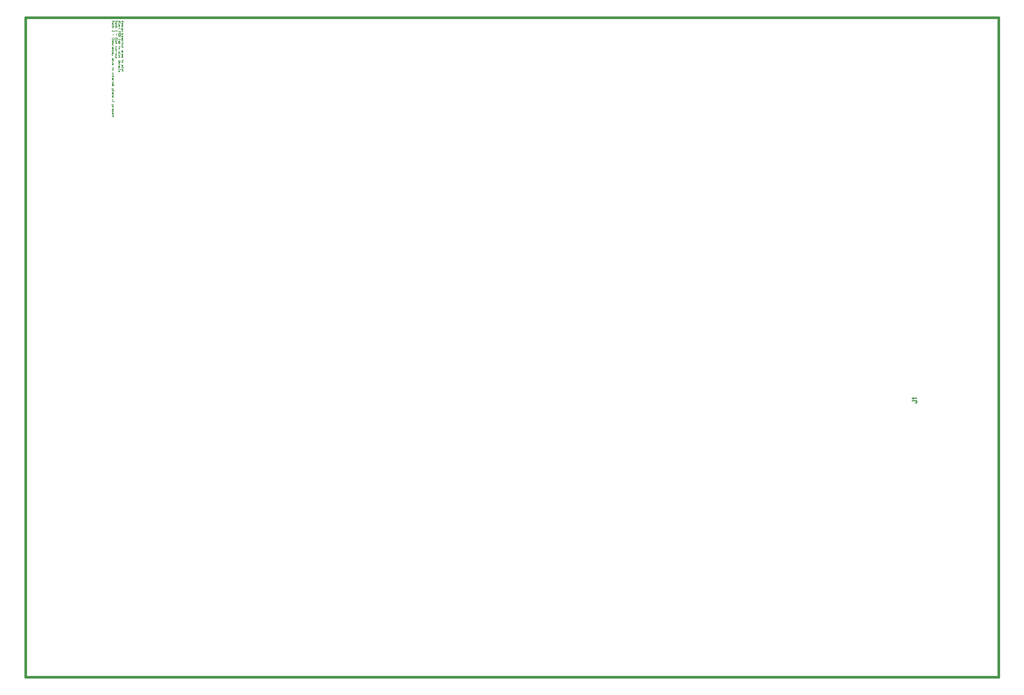
<source format=gbr>
%FSTAX23Y23*%
%MOIN*%
%SFA1B1*%

%IPPOS*%
%ADD131C,0.005000*%
%ADD209C,0.015748*%
%ADD210C,0.001181*%
%LNatfc_mechanical_1-1*%
%LPD*%
G54D131*
X06271Y03178D02*
X06293D01*
X06298Y03177*
X06299Y03175*
X063Y03173*
Y0317*
X06299Y03167*
X06298Y03165*
X06293Y03164*
X0629*
X06276Y03186D02*
X06275Y03189D01*
X06271Y03193*
X063*
G54D209*
X00701Y01439D02*
Y05587D01*
X06812Y05586*
Y01439D02*
Y05586D01*
X00701Y01439D02*
X06812D01*
G54D210*
X01283Y05566D02*
X01291D01*
X01295Y05562*
X01291Y05559*
X01283*
X01289*
Y05566*
X01283Y05555D02*
Y05551D01*
Y05553*
X01295*
Y05555*
X01283Y05539D02*
Y05543D01*
X01285Y05545*
X01289*
X01291Y05543*
Y05539*
X01289Y05537*
X01287*
Y05545*
X01291Y05533D02*
X01283D01*
X01287*
X01289Y05531*
X01291Y05529*
Y05527*
X01293Y05519D02*
X01291D01*
Y05521*
Y05517*
Y05519*
X01285*
X01283Y05517*
Y055D02*
X01295D01*
Y05494*
X01293Y05492*
X01289*
X01287Y05494*
Y055*
X01293Y0548D02*
X01295Y05482D01*
Y05486*
X01293Y05488*
X01285*
X01283Y05486*
Y05482*
X01285Y0548*
X01295Y05476D02*
X01283D01*
Y0547*
X01285Y05468*
X01287*
X01289Y0547*
Y05476*
Y0547*
X01291Y05468*
X01293*
X01295Y0547*
Y05476*
X01283Y0545D02*
X01293D01*
X01289*
Y05452*
Y05448*
Y0545*
X01293*
X01295Y05448*
X01291Y0544D02*
Y05437D01*
X01289Y05435*
X01283*
Y0544*
X01285Y05442*
X01287Y0544*
Y05435*
X01295Y05431D02*
X01283D01*
Y05425*
X01285Y05423*
X01287*
X01289*
X01291Y05425*
Y05431*
X01293Y05405D02*
X01291D01*
Y05407*
Y05403*
Y05405*
X01285*
X01283Y05403*
Y05395D02*
Y05391D01*
X01285Y05389*
X01289*
X01291Y05391*
Y05395*
X01289Y05397*
X01285*
X01283Y05395*
Y05374D02*
Y05368D01*
X01285Y05366*
X01287Y05368*
Y05372*
X01289Y05374*
X01291Y05372*
Y05366*
X01283Y05362D02*
Y05358D01*
Y0536*
X01295*
Y05362*
X01283Y0535D02*
Y05346D01*
X01285Y05344*
X01289*
X01291Y05346*
Y0535*
X01289Y05352*
X01285*
X01283Y0535*
X01293Y05338D02*
X01291D01*
Y0534*
Y05336*
Y05338*
X01285*
X01283Y05336*
X01295Y05311D02*
X01283D01*
Y05317*
X01285Y05318*
X01289*
X01291Y05317*
Y05311*
X01283Y05301D02*
Y05305D01*
X01285Y05307*
X01289*
X01291Y05305*
Y05301*
X01289Y05299*
X01287*
Y05307*
X01293Y05293D02*
X01291D01*
Y05295*
Y05291*
Y05293*
X01285*
X01283Y05291*
X01291Y05283D02*
Y05279D01*
X01289Y05277*
X01283*
Y05283*
X01285Y05285*
X01287Y05283*
Y05277*
X01283Y05273D02*
Y05269D01*
Y05271*
X01291*
Y05273*
X01283Y05263D02*
Y05259D01*
Y05261*
X01295*
Y05263*
X01283Y05254D02*
Y05248D01*
X01285Y05246*
X01287Y05248*
Y05252*
X01289Y05254*
X01291Y05252*
Y05246*
X01303Y05566D02*
X01311D01*
X01314Y05562*
X01311Y05559*
X01303*
X01309*
Y05566*
X01303Y05555D02*
Y05549D01*
X01305Y05547*
X01307Y05549*
Y05553*
X01309Y05555*
X01311Y05553*
Y05547*
X01303Y05543D02*
Y05537D01*
X01305Y05535*
X01307Y05537*
Y05541*
X01309Y05543*
X01311Y05541*
Y05535*
X01303Y05531D02*
Y05527D01*
Y05529*
X01311*
Y05531*
X01299Y05517D02*
Y05515D01*
X01301Y05513*
X01311*
Y05519*
X01309Y05521*
X01305*
X01303Y05519*
Y05513*
Y05509D02*
X01311D01*
Y05503*
X01309Y05501*
X01303*
Y05486D02*
X01314D01*
X01307D02*
X01311Y0548D01*
X01307Y05486D02*
X01303Y0548D01*
Y05468D02*
Y05472D01*
X01305Y05474*
X01309*
X01311Y05472*
Y05468*
X01309Y05466*
X01307*
Y05474*
X01303Y05456D02*
Y0546D01*
X01305Y05462*
X01309*
X01311Y0546*
Y05456*
X01309Y05454*
X01307*
Y05462*
X01299Y0545D02*
X01311D01*
Y05444*
X01309Y05442*
X01305*
X01303Y05444*
Y0545*
X01309Y05439D02*
Y05431D01*
X01303Y05425D02*
Y05421D01*
X01305Y05419*
X01309*
X01311Y05421*
Y05425*
X01309Y05427*
X01305*
X01303Y05425*
X01311Y05415D02*
X01305D01*
X01303Y05413*
Y05407*
X01311*
X01312Y05401D02*
X01311D01*
Y05403*
Y05399*
Y05401*
X01305*
X01303Y05399*
X01311Y05379D02*
Y05376D01*
X01309Y05374*
X01303*
Y05379*
X01305Y05381*
X01307Y05379*
Y05374*
X01311Y0537D02*
X01303D01*
X01307*
X01309Y05368*
X01311Y05366*
Y05364*
X01303Y05352D02*
Y05356D01*
X01305Y05358*
X01309*
X01311Y05356*
Y05352*
X01309Y0535*
X01307*
Y05358*
X01311Y05344D02*
Y0534D01*
X01309Y05338*
X01303*
Y05344*
X01305Y05346*
X01307Y05344*
Y05338*
X01312Y0532D02*
X01311D01*
Y05322*
Y05318*
Y0532*
X01305*
X01303Y05318*
Y05311D02*
Y05307D01*
X01305Y05305*
X01309*
X01311Y05307*
Y05311*
X01309Y05313*
X01305*
X01303Y05311*
Y05289D02*
Y05283D01*
X01305Y05281*
X01307Y05283*
Y05287*
X01309Y05289*
X01311Y05287*
Y05281*
X01303Y05277D02*
Y05273D01*
Y05275*
X01314*
Y05277*
X01303Y05265D02*
Y05261D01*
X01305Y05259*
X01309*
X01311Y05261*
Y05265*
X01309Y05267*
X01305*
X01303Y05265*
X01312Y05254D02*
X01311D01*
Y05256*
Y05252*
Y05254*
X01305*
X01303Y05252*
X01263Y05566D02*
X01275D01*
X01271Y05562*
X01275Y05559*
X01263*
Y05549D02*
Y05553D01*
X01265Y05555*
X01269*
X01271Y05553*
Y05549*
X01269Y05547*
X01267*
Y05555*
X01271Y05535D02*
Y05541D01*
X01269Y05543*
X01265*
X01263Y05541*
Y05535*
X01275Y05531D02*
X01263D01*
X01269*
X01271Y05529*
Y05525*
X01269Y05523*
X01263*
Y05507D02*
Y05503D01*
Y05505*
X01275*
X01273Y05507*
X01269Y05486D02*
Y05478D01*
X01273Y05454D02*
X01275Y05456D01*
Y0546*
X01273Y05462*
X01271*
X01269Y0546*
Y05456*
X01267Y05454*
X01265*
X01263Y05456*
Y0546*
X01265Y05462*
X01263Y0545D02*
Y05446D01*
Y05448*
X01275*
Y0545*
X01263Y05439D02*
Y05435D01*
X01265Y05433*
X01269*
X01271Y05435*
Y05439*
X01269Y0544*
X01265*
X01263Y05439*
X01273Y05427D02*
X01271D01*
Y05429*
Y05425*
Y05427*
X01265*
X01263Y05425*
X01271Y05399D02*
Y05405D01*
X01269Y05407*
X01265*
X01263Y05405*
Y05399*
X01271Y05395D02*
X01265D01*
X01263Y05393*
Y05387*
X01271*
X01273Y05381D02*
X01271D01*
Y05383*
Y05379*
Y05381*
X01265*
X01263Y05379*
X01269Y05374D02*
Y05366D01*
X01263Y0536D02*
Y05356D01*
X01265Y05354*
X01269*
X01271Y05356*
Y0536*
X01269Y05362*
X01265*
X01263Y0536*
X01271Y0535D02*
X01265D01*
X01263Y05348*
Y05342*
X01271*
X01273Y05336D02*
X01271D01*
Y05338*
Y05334*
Y05336*
X01265*
X01263Y05334*
X01244Y05566D02*
X01255D01*
X01251Y05562*
X01255Y05559*
X01244*
Y05549D02*
Y05553D01*
X01246Y05555*
X01249*
X01251Y05553*
Y05549*
X01249Y05547*
X01248*
Y05555*
X01251Y05535D02*
Y05541D01*
X01249Y05543*
X01246*
X01244Y05541*
Y05535*
X01255Y05531D02*
X01244D01*
X01249*
X01251Y05529*
Y05525*
X01249Y05523*
X01244*
Y055D02*
Y05507D01*
X01251Y055*
X01253*
X01255Y05501*
Y05505*
X01253Y05507*
X01249Y05484D02*
Y05476D01*
X01253Y05452D02*
X01255Y05454D01*
Y05458*
X01253Y0546*
X01246*
X01244Y05458*
Y05454*
X01246Y05452*
X01244Y05448D02*
Y05444D01*
Y05446*
X01255*
Y05448*
X01244Y05433D02*
Y05437D01*
X01246Y05439*
X01249*
X01251Y05437*
Y05433*
X01249Y05431*
X01248*
Y05439*
X01251Y05425D02*
Y05421D01*
X01249Y05419*
X01244*
Y05425*
X01246Y05427*
X01248Y05425*
Y05419*
X01251Y05415D02*
X01244D01*
X01248*
X01249Y05413*
X01251Y05411*
Y05409*
Y05401D02*
Y05397D01*
X01249Y05395*
X01244*
Y05401*
X01246Y05403*
X01248Y05401*
Y05395*
X01244Y05391D02*
X01251D01*
Y05385*
X01249Y05383*
X01244*
X01251Y05372D02*
Y05378D01*
X01249Y05379*
X01246*
X01244Y05378*
Y05372*
Y05362D02*
Y05366D01*
X01246Y05368*
X01249*
X01251Y05366*
Y05362*
X01249Y0536*
X01248*
Y05368*
X01242Y05354D02*
X01244Y05352D01*
X01246*
Y05354*
X01244*
Y05352*
X01242Y05354*
X0124Y05356*
X01244Y05332D02*
X01251D01*
Y0533*
X01249Y05328*
X01244*
X01249*
X01251Y05326*
X01249Y05324*
X01244*
Y05318D02*
Y05315D01*
X01246Y05313*
X01249*
X01251Y05315*
Y05318*
X01249Y0532*
X01246*
X01244Y05318*
X01251Y05309D02*
X01244Y05305D01*
X01251Y05301*
X01244Y05291D02*
Y05295D01*
X01246Y05297*
X01249*
X01251Y05295*
Y05291*
X01249Y05289*
X01248*
Y05297*
X01253Y05271D02*
X01251D01*
Y05273*
Y05269*
Y05271*
X01246*
X01244Y05269*
Y05261D02*
Y05257D01*
X01246Y05256*
X01249*
X01251Y05257*
Y05261*
X01249Y05263*
X01246*
X01244Y05261*
Y0524D02*
Y05236D01*
Y05238*
X01251*
Y0524*
X01244Y0523D02*
X01251D01*
Y05224*
X01249Y05222*
X01244*
X01253Y05216D02*
X01251D01*
Y05218*
Y05214*
Y05216*
X01246*
X01244Y05214*
Y05202D02*
Y05206D01*
X01246Y05208*
X01249*
X01251Y05206*
Y05202*
X01249Y052*
X01248*
Y05208*
X01251Y05196D02*
X01244D01*
X01248*
X01249Y05195*
X01251Y05193*
Y05191*
X01244Y05185D02*
X01251D01*
Y05179*
X01249Y05177*
X01244*
X01251Y05171D02*
Y05167D01*
X01249Y05165*
X01244*
Y05171*
X01246Y05173*
X01248Y05171*
Y05165*
X01244Y05161D02*
Y05157D01*
Y05159*
X01255*
Y05161*
X0124Y05139D02*
X01251D01*
Y05133*
X01249Y05132*
X01246*
X01244Y05133*
Y05139*
Y05128D02*
Y05124D01*
Y05126*
X01255*
Y05128*
X01251Y05116D02*
Y05112D01*
X01249Y0511*
X01244*
Y05116*
X01246Y05118*
X01248Y05116*
Y0511*
X01244Y05106D02*
X01251D01*
Y051*
X01249Y05098*
X01244*
Y05088D02*
Y05092D01*
X01246Y05094*
X01249*
X01251Y05092*
Y05088*
X01249Y05086*
X01248*
Y05094*
X01244Y05071D02*
Y05067D01*
Y05069*
X01251*
Y05071*
X01244Y05059D02*
X01253D01*
X01249*
Y05061*
Y05057*
Y05059*
X01253*
X01255Y05057*
X0124Y05039D02*
X01251D01*
Y05033*
X01249Y05031*
X01246*
X01244Y05033*
Y05039*
X01251Y05027D02*
X01244D01*
X01248*
X01249Y05025*
X01251Y05023*
Y05021*
X01244Y0501D02*
Y05013D01*
X01246Y05015*
X01249*
X01251Y05013*
Y0501*
X01249Y05008*
X01248*
Y05015*
X01244Y05004D02*
Y04998D01*
X01246Y04996*
X01248Y04998*
Y05002*
X01249Y05004*
X01251Y05002*
Y04996*
X01244Y04986D02*
Y0499D01*
X01246Y04992*
X01249*
X01251Y0499*
Y04986*
X01249Y04984*
X01248*
Y04992*
X01244Y0498D02*
X01251D01*
Y04974*
X01249Y04972*
X01244*
X01253Y04966D02*
X01251D01*
Y04968*
Y04964*
Y04966*
X01246*
X01244Y04964*
M02*
</source>
